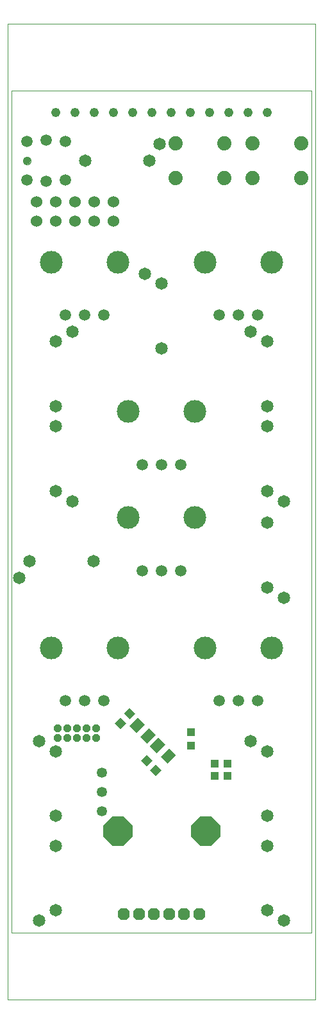
<source format=gts>
G75*
%MOIN*%
%OFA0B0*%
%FSLAX25Y25*%
%IPPOS*%
%LPD*%
%AMOC8*
5,1,8,0,0,1.08239X$1,22.5*
%
%ADD10C,0.00000*%
%ADD11R,0.04252X0.04134*%
%ADD12R,0.05118X0.06299*%
%ADD13R,0.04134X0.04252*%
%ADD14C,0.06496*%
%ADD15OC8,0.04200*%
%ADD16R,0.03937X0.04331*%
%ADD17OC8,0.06299*%
%ADD18OC8,0.15024*%
%ADD19C,0.07400*%
%ADD20C,0.05906*%
%ADD21C,0.03937*%
%ADD22C,0.04800*%
%ADD23C,0.11811*%
%ADD24C,0.06000*%
%ADD25C,0.05315*%
D10*
X0006236Y0001000D02*
X0006236Y0506906D01*
X0166236Y0506906D01*
X0166236Y0001000D01*
X0006236Y0001000D01*
X0008204Y0035646D02*
X0008204Y0472260D01*
X0164267Y0472260D01*
X0164267Y0035646D01*
X0008204Y0035646D01*
X0014267Y0436000D02*
X0014269Y0436088D01*
X0014275Y0436176D01*
X0014285Y0436264D01*
X0014299Y0436352D01*
X0014316Y0436438D01*
X0014338Y0436524D01*
X0014363Y0436608D01*
X0014393Y0436692D01*
X0014425Y0436774D01*
X0014462Y0436854D01*
X0014502Y0436933D01*
X0014546Y0437010D01*
X0014593Y0437085D01*
X0014643Y0437157D01*
X0014697Y0437228D01*
X0014753Y0437295D01*
X0014813Y0437361D01*
X0014875Y0437423D01*
X0014941Y0437483D01*
X0015008Y0437539D01*
X0015079Y0437593D01*
X0015151Y0437643D01*
X0015226Y0437690D01*
X0015303Y0437734D01*
X0015382Y0437774D01*
X0015462Y0437811D01*
X0015544Y0437843D01*
X0015628Y0437873D01*
X0015712Y0437898D01*
X0015798Y0437920D01*
X0015884Y0437937D01*
X0015972Y0437951D01*
X0016060Y0437961D01*
X0016148Y0437967D01*
X0016236Y0437969D01*
X0016324Y0437967D01*
X0016412Y0437961D01*
X0016500Y0437951D01*
X0016588Y0437937D01*
X0016674Y0437920D01*
X0016760Y0437898D01*
X0016844Y0437873D01*
X0016928Y0437843D01*
X0017010Y0437811D01*
X0017090Y0437774D01*
X0017169Y0437734D01*
X0017246Y0437690D01*
X0017321Y0437643D01*
X0017393Y0437593D01*
X0017464Y0437539D01*
X0017531Y0437483D01*
X0017597Y0437423D01*
X0017659Y0437361D01*
X0017719Y0437295D01*
X0017775Y0437228D01*
X0017829Y0437157D01*
X0017879Y0437085D01*
X0017926Y0437010D01*
X0017970Y0436933D01*
X0018010Y0436854D01*
X0018047Y0436774D01*
X0018079Y0436692D01*
X0018109Y0436608D01*
X0018134Y0436524D01*
X0018156Y0436438D01*
X0018173Y0436352D01*
X0018187Y0436264D01*
X0018197Y0436176D01*
X0018203Y0436088D01*
X0018205Y0436000D01*
X0018203Y0435912D01*
X0018197Y0435824D01*
X0018187Y0435736D01*
X0018173Y0435648D01*
X0018156Y0435562D01*
X0018134Y0435476D01*
X0018109Y0435392D01*
X0018079Y0435308D01*
X0018047Y0435226D01*
X0018010Y0435146D01*
X0017970Y0435067D01*
X0017926Y0434990D01*
X0017879Y0434915D01*
X0017829Y0434843D01*
X0017775Y0434772D01*
X0017719Y0434705D01*
X0017659Y0434639D01*
X0017597Y0434577D01*
X0017531Y0434517D01*
X0017464Y0434461D01*
X0017393Y0434407D01*
X0017321Y0434357D01*
X0017246Y0434310D01*
X0017169Y0434266D01*
X0017090Y0434226D01*
X0017010Y0434189D01*
X0016928Y0434157D01*
X0016844Y0434127D01*
X0016760Y0434102D01*
X0016674Y0434080D01*
X0016588Y0434063D01*
X0016500Y0434049D01*
X0016412Y0434039D01*
X0016324Y0434033D01*
X0016236Y0434031D01*
X0016148Y0434033D01*
X0016060Y0434039D01*
X0015972Y0434049D01*
X0015884Y0434063D01*
X0015798Y0434080D01*
X0015712Y0434102D01*
X0015628Y0434127D01*
X0015544Y0434157D01*
X0015462Y0434189D01*
X0015382Y0434226D01*
X0015303Y0434266D01*
X0015226Y0434310D01*
X0015151Y0434357D01*
X0015079Y0434407D01*
X0015008Y0434461D01*
X0014941Y0434517D01*
X0014875Y0434577D01*
X0014813Y0434639D01*
X0014753Y0434705D01*
X0014697Y0434772D01*
X0014643Y0434843D01*
X0014593Y0434915D01*
X0014546Y0434990D01*
X0014502Y0435067D01*
X0014462Y0435146D01*
X0014425Y0435226D01*
X0014393Y0435308D01*
X0014363Y0435392D01*
X0014338Y0435476D01*
X0014316Y0435562D01*
X0014299Y0435648D01*
X0014285Y0435736D01*
X0014275Y0435824D01*
X0014269Y0435912D01*
X0014267Y0436000D01*
D11*
X0101716Y0139536D03*
X0101716Y0132647D03*
D12*
G36*
X0090191Y0131315D02*
X0093810Y0127696D01*
X0089357Y0123243D01*
X0085738Y0126862D01*
X0090191Y0131315D01*
G37*
G36*
X0084623Y0136882D02*
X0088242Y0133263D01*
X0083789Y0128810D01*
X0080170Y0132429D01*
X0084623Y0136882D01*
G37*
G36*
X0078694Y0133776D02*
X0075075Y0137395D01*
X0079528Y0141848D01*
X0083147Y0138229D01*
X0078694Y0133776D01*
G37*
G36*
X0073126Y0139344D02*
X0069507Y0142963D01*
X0073960Y0147416D01*
X0077579Y0143797D01*
X0073126Y0139344D01*
G37*
D13*
G36*
X0072703Y0149203D02*
X0069780Y0146280D01*
X0066775Y0149285D01*
X0069698Y0152208D01*
X0072703Y0149203D01*
G37*
G36*
X0067831Y0144331D02*
X0064908Y0141408D01*
X0061903Y0144413D01*
X0064826Y0147336D01*
X0067831Y0144331D01*
G37*
G36*
X0078528Y0127962D02*
X0081451Y0125039D01*
X0078446Y0122034D01*
X0075523Y0124957D01*
X0078528Y0127962D01*
G37*
G36*
X0083400Y0123091D02*
X0086323Y0120168D01*
X0083318Y0117163D01*
X0080395Y0120086D01*
X0083400Y0123091D01*
G37*
D14*
X0050921Y0228500D03*
X0039986Y0259500D03*
X0031236Y0264720D03*
X0031236Y0298185D03*
X0031236Y0308815D03*
X0031236Y0342280D03*
X0039986Y0347500D03*
X0046551Y0436000D03*
X0077486Y0377500D03*
X0086236Y0372280D03*
X0086236Y0338815D03*
X0080015Y0436000D03*
X0085236Y0444750D03*
X0132486Y0347500D03*
X0141236Y0342280D03*
X0141236Y0308815D03*
X0141236Y0298185D03*
X0141236Y0264720D03*
X0141236Y0248185D03*
X0149986Y0259500D03*
X0141236Y0214720D03*
X0149986Y0209500D03*
X0132486Y0135000D03*
X0141236Y0129780D03*
X0141236Y0096315D03*
X0141236Y0080685D03*
X0141236Y0047220D03*
X0149986Y0042000D03*
X0031236Y0047220D03*
X0022486Y0042000D03*
X0031236Y0080685D03*
X0031236Y0096315D03*
X0031236Y0129780D03*
X0022486Y0135000D03*
X0012236Y0219750D03*
X0017456Y0228500D03*
D15*
X0032173Y0141625D03*
X0032173Y0136625D03*
X0037173Y0136625D03*
X0037173Y0141625D03*
X0042173Y0141625D03*
X0042173Y0136625D03*
X0047173Y0136625D03*
X0047173Y0141625D03*
X0052173Y0141625D03*
X0052173Y0136625D03*
D16*
X0113827Y0123500D03*
X0113827Y0116937D03*
X0120520Y0116937D03*
X0120520Y0123500D03*
D17*
X0105921Y0045193D03*
X0098047Y0045193D03*
X0090173Y0045193D03*
X0082299Y0045193D03*
X0074425Y0045193D03*
X0066551Y0045193D03*
D18*
X0063401Y0088500D03*
X0109070Y0088500D03*
D19*
X0119036Y0427100D03*
X0119036Y0444900D03*
X0133436Y0444900D03*
X0133436Y0427100D03*
X0159036Y0427100D03*
X0159036Y0444900D03*
X0093436Y0444900D03*
X0093436Y0427100D03*
D20*
X0116393Y0355941D03*
X0126236Y0355941D03*
X0136078Y0355941D03*
X0096078Y0278441D03*
X0086236Y0278441D03*
X0076393Y0278441D03*
X0076393Y0223441D03*
X0086236Y0223441D03*
X0096078Y0223441D03*
X0116393Y0155941D03*
X0126236Y0155941D03*
X0136078Y0155941D03*
X0056078Y0155941D03*
X0046236Y0155941D03*
X0036393Y0155941D03*
X0036393Y0355941D03*
X0046236Y0355941D03*
X0056078Y0355941D03*
X0036236Y0426000D03*
X0036236Y0446000D03*
X0026236Y0446630D03*
X0026236Y0425370D03*
X0016236Y0426000D03*
X0016236Y0446000D03*
D21*
X0016236Y0436000D03*
D22*
X0031236Y0461000D03*
X0041236Y0461000D03*
X0051236Y0461000D03*
X0061236Y0461000D03*
X0071236Y0461000D03*
X0081236Y0461000D03*
X0091236Y0461000D03*
X0101236Y0461000D03*
X0111236Y0461000D03*
X0121236Y0461000D03*
X0131236Y0461000D03*
X0141236Y0461000D03*
D23*
X0143559Y0383500D03*
X0108913Y0383500D03*
X0103559Y0306000D03*
X0103559Y0251000D03*
X0108913Y0183500D03*
X0143559Y0183500D03*
X0068913Y0251000D03*
X0068913Y0306000D03*
X0063559Y0383500D03*
X0028913Y0383500D03*
X0028913Y0183500D03*
X0063559Y0183500D03*
D24*
X0061236Y0404750D03*
X0061236Y0414750D03*
X0051236Y0414750D03*
X0051236Y0404750D03*
X0041236Y0404750D03*
X0041236Y0414750D03*
X0031236Y0414750D03*
X0031236Y0404750D03*
X0021236Y0404750D03*
X0021236Y0414750D03*
D25*
X0055298Y0118812D03*
X0055298Y0108812D03*
X0055298Y0098812D03*
M02*

</source>
